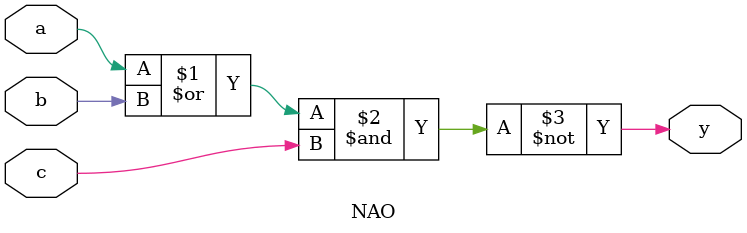
<source format=v>
`timescale 1ns / 1ps



module NAO(
    input a,
    input b,
    input c,
    output y
    );
    
    assign #5 y=~((a|b)&c);
endmodule

</source>
